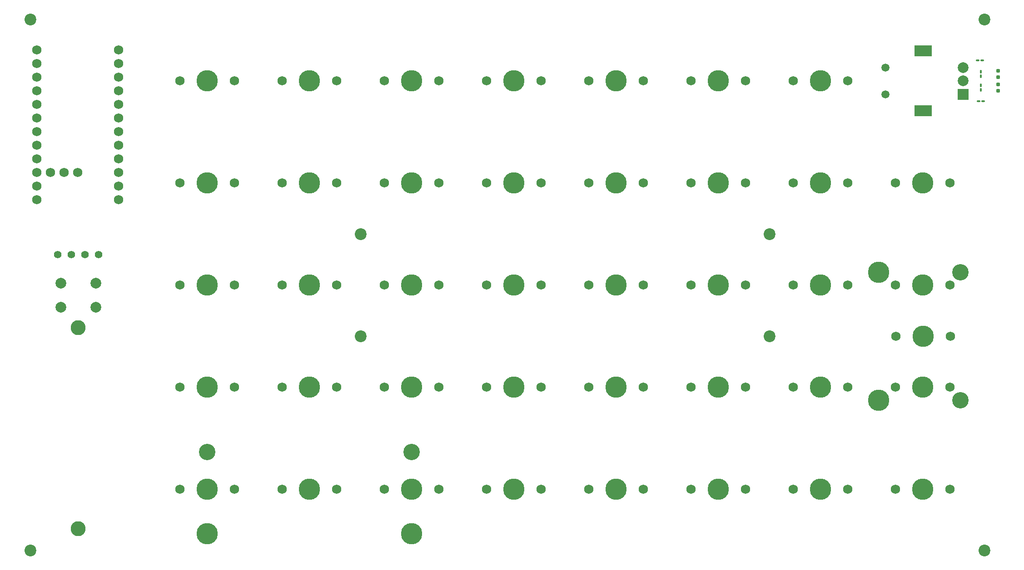
<source format=gts>
G04 #@! TF.GenerationSoftware,KiCad,Pcbnew,(6.0.1)*
G04 #@! TF.CreationDate,2022-04-05T18:46:33+02:00*
G04 #@! TF.ProjectId,Keyboard Right Hand Side,4b657962-6f61-4726-9420-526967687420,rev?*
G04 #@! TF.SameCoordinates,Original*
G04 #@! TF.FileFunction,Soldermask,Top*
G04 #@! TF.FilePolarity,Negative*
%FSLAX46Y46*%
G04 Gerber Fmt 4.6, Leading zero omitted, Abs format (unit mm)*
G04 Created by KiCad (PCBNEW (6.0.1)) date 2022-04-05 18:46:33*
%MOMM*%
%LPD*%
G01*
G04 APERTURE LIST*
G04 Aperture macros list*
%AMRoundRect*
0 Rectangle with rounded corners*
0 $1 Rounding radius*
0 $2 $3 $4 $5 $6 $7 $8 $9 X,Y pos of 4 corners*
0 Add a 4 corners polygon primitive as box body*
4,1,4,$2,$3,$4,$5,$6,$7,$8,$9,$2,$3,0*
0 Add four circle primitives for the rounded corners*
1,1,$1+$1,$2,$3*
1,1,$1+$1,$4,$5*
1,1,$1+$1,$6,$7*
1,1,$1+$1,$8,$9*
0 Add four rect primitives between the rounded corners*
20,1,$1+$1,$2,$3,$4,$5,0*
20,1,$1+$1,$4,$5,$6,$7,0*
20,1,$1+$1,$6,$7,$8,$9,0*
20,1,$1+$1,$8,$9,$2,$3,0*%
G04 Aperture macros list end*
%ADD10C,3.987800*%
%ADD11C,1.750000*%
%ADD12RoundRect,0.100000X0.217500X0.100000X-0.217500X0.100000X-0.217500X-0.100000X0.217500X-0.100000X0*%
%ADD13RoundRect,0.155000X-0.155000X0.212500X-0.155000X-0.212500X0.155000X-0.212500X0.155000X0.212500X0*%
%ADD14RoundRect,0.100000X-0.100000X0.217500X-0.100000X-0.217500X0.100000X-0.217500X0.100000X0.217500X0*%
%ADD15C,2.200000*%
%ADD16C,3.048000*%
%ADD17C,2.000000*%
%ADD18RoundRect,0.100000X0.100000X-0.217500X0.100000X0.217500X-0.100000X0.217500X-0.100000X-0.217500X0*%
%ADD19C,1.500000*%
%ADD20R,2.000000X2.000000*%
%ADD21R,3.200000X2.000000*%
%ADD22C,1.397000*%
%ADD23C,1.752600*%
%ADD24C,2.800000*%
G04 APERTURE END LIST*
D10*
X172057300Y-92083000D03*
D11*
X177137300Y-92083000D03*
X166977300Y-92083000D03*
D12*
X259285000Y-50165000D03*
X258470000Y-50165000D03*
D10*
X191107300Y-130183000D03*
D11*
X186027300Y-130183000D03*
X196187300Y-130183000D03*
D13*
X262255000Y-52137500D03*
X262255000Y-53272500D03*
D10*
X191107300Y-73033000D03*
D11*
X186027300Y-73033000D03*
X196187300Y-73033000D03*
X128877300Y-111133000D03*
D10*
X133957300Y-111133000D03*
D11*
X139037300Y-111133000D03*
D14*
X259080000Y-54837500D03*
X259080000Y-55652500D03*
D15*
X81915000Y-42545000D03*
D11*
X128877300Y-92083000D03*
X139037300Y-92083000D03*
D10*
X133957300Y-92083000D03*
D11*
X215237300Y-92083000D03*
X205077300Y-92083000D03*
D10*
X210157300Y-92083000D03*
D15*
X259715000Y-141605000D03*
D11*
X119987300Y-53983000D03*
D10*
X114907300Y-53983000D03*
D11*
X109827300Y-53983000D03*
D12*
X259487500Y-57785000D03*
X258672500Y-57785000D03*
D11*
X234287300Y-111133000D03*
X224127300Y-111133000D03*
D10*
X229207300Y-111133000D03*
D11*
X177137300Y-53983000D03*
X166977300Y-53983000D03*
D10*
X172057300Y-53983000D03*
D11*
X224127300Y-92083000D03*
X234287300Y-92083000D03*
D10*
X229207300Y-92083000D03*
D11*
X158087300Y-73033000D03*
D10*
X153007300Y-73033000D03*
D11*
X147927300Y-73033000D03*
D15*
X143510000Y-101600000D03*
D11*
X166977300Y-73033000D03*
D10*
X172057300Y-73033000D03*
D11*
X177137300Y-73033000D03*
X119987300Y-130183000D03*
D10*
X114907300Y-130183000D03*
D11*
X109827300Y-130183000D03*
D15*
X219710000Y-82550000D03*
D13*
X262255000Y-54677500D03*
X262255000Y-55812500D03*
D10*
X133957300Y-130183000D03*
D16*
X114907300Y-123198000D03*
D10*
X153007300Y-138438000D03*
D11*
X139037300Y-130183000D03*
X128877300Y-130183000D03*
D10*
X114907300Y-138438000D03*
D16*
X153007300Y-123198000D03*
D11*
X253337300Y-130183000D03*
D10*
X248257300Y-130183000D03*
D11*
X243177300Y-130183000D03*
D17*
X87630000Y-91730000D03*
X94130000Y-91730000D03*
X87630000Y-96230000D03*
X94130000Y-96230000D03*
D10*
X191107300Y-111133000D03*
D11*
X186027300Y-111133000D03*
X196187300Y-111133000D03*
X158087300Y-53983000D03*
X147927300Y-53983000D03*
D10*
X153007300Y-53983000D03*
D15*
X143510000Y-82550000D03*
D10*
X133957300Y-73033000D03*
D11*
X139037300Y-73033000D03*
X128877300Y-73033000D03*
D10*
X191107300Y-92083000D03*
D11*
X196187300Y-92083000D03*
X186027300Y-92083000D03*
X234287300Y-73033000D03*
X224127300Y-73033000D03*
D10*
X229207300Y-73033000D03*
D11*
X243177300Y-73033000D03*
X253337300Y-73033000D03*
D10*
X248257300Y-73033000D03*
D11*
X166977300Y-111133000D03*
X177137300Y-111133000D03*
D10*
X172057300Y-111133000D03*
D15*
X259715000Y-42545000D03*
D11*
X205077300Y-73033000D03*
D10*
X210157300Y-73033000D03*
D11*
X215237300Y-73033000D03*
D10*
X172057300Y-130183000D03*
D11*
X166977300Y-130183000D03*
X177137300Y-130183000D03*
X147927300Y-130183000D03*
D10*
X153007300Y-130183000D03*
D11*
X158087300Y-130183000D03*
D18*
X259080000Y-53112500D03*
X259080000Y-52297500D03*
D11*
X128877300Y-53983000D03*
X139037300Y-53983000D03*
D10*
X133957300Y-53983000D03*
D19*
X241275000Y-51470000D03*
X241275000Y-56470000D03*
D20*
X255775000Y-56470000D03*
D17*
X255775000Y-51470000D03*
X255775000Y-53970000D03*
D21*
X248275000Y-48370000D03*
X248275000Y-59570000D03*
D10*
X248272300Y-101603000D03*
D16*
X255257300Y-113541000D03*
D10*
X240017300Y-89665000D03*
X240017300Y-113541000D03*
D16*
X255257300Y-89665000D03*
D11*
X243192300Y-101603000D03*
X253352300Y-101603000D03*
X224127300Y-53983000D03*
D10*
X229207300Y-53983000D03*
D11*
X234287300Y-53983000D03*
D10*
X248242300Y-111133000D03*
D11*
X253322300Y-111133000D03*
X243162300Y-111133000D03*
X119987300Y-73033000D03*
D10*
X114907300Y-73033000D03*
D11*
X109827300Y-73033000D03*
X215237300Y-53983000D03*
X205077300Y-53983000D03*
D10*
X210157300Y-53983000D03*
X153007300Y-111133000D03*
D11*
X147927300Y-111133000D03*
X158087300Y-111133000D03*
X234287300Y-130183000D03*
X224127300Y-130183000D03*
D10*
X229207300Y-130183000D03*
D22*
X94605000Y-86360000D03*
X92065000Y-86360000D03*
X89525000Y-86360000D03*
X86985000Y-86360000D03*
D15*
X81915000Y-141605000D03*
D11*
X215237300Y-130183000D03*
D10*
X210157300Y-130183000D03*
D11*
X205077300Y-130183000D03*
D10*
X210157300Y-111133000D03*
D11*
X205077300Y-111133000D03*
X215237300Y-111133000D03*
D23*
X83157300Y-48234750D03*
X83157300Y-50774750D03*
X83157300Y-53314750D03*
X83157300Y-55854750D03*
X83157300Y-58394750D03*
X83157300Y-60934750D03*
X83157300Y-63474750D03*
X83157300Y-66014750D03*
X83157300Y-68554750D03*
X83157300Y-71094750D03*
X83157300Y-73634750D03*
X83157300Y-76174750D03*
X98397300Y-76174750D03*
X98397300Y-73634750D03*
X98397300Y-71094750D03*
X98397300Y-68554750D03*
X98397300Y-66014750D03*
X98397300Y-63474750D03*
X98397300Y-60934750D03*
X98397300Y-58394750D03*
X98397300Y-55854750D03*
X98397300Y-53314750D03*
X98397300Y-50774750D03*
X98397300Y-48234750D03*
X85697300Y-71094750D03*
X88237300Y-71094750D03*
X90777300Y-71094750D03*
D15*
X219710000Y-101600000D03*
D10*
X114907300Y-111133000D03*
D11*
X119987300Y-111133000D03*
X109827300Y-111133000D03*
D24*
X90805000Y-137495000D03*
X90805000Y-99995000D03*
D10*
X153007300Y-92083000D03*
D11*
X158087300Y-92083000D03*
X147927300Y-92083000D03*
D10*
X114907300Y-92083000D03*
D11*
X109827300Y-92083000D03*
X119987300Y-92083000D03*
X186027300Y-53983000D03*
X196187300Y-53983000D03*
D10*
X191107300Y-53983000D03*
X248212300Y-92083000D03*
D11*
X253292300Y-92083000D03*
X243132300Y-92083000D03*
M02*

</source>
